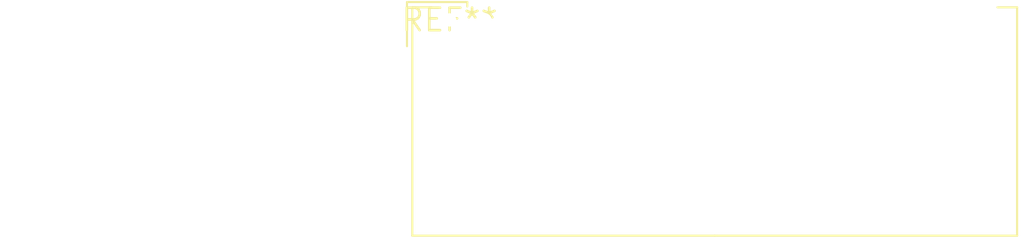
<source format=kicad_pcb>
(kicad_pcb (version 20240108) (generator pcbnew)
  (layers (0 "F.Cu" signal) (31 "B.Cu" signal) (34 "B.Paste" user) (35 "F.Paste" user) (36 "B.SilkS" user "B.Silkscreen") (37 "F.SilkS" user "F.Silkscreen") (38 "B.Mask" user) (39 "F.Mask" user) (44 "Edge.Cuts" user))
  (net 0 "")
  (footprint "JST_PUD_S32B-PUDSS-1_2x16_P2.00mm_Horizontal" (layer "F.Cu") (at 0 0)
    (property "Reference" "REF**")
    (property "Value" "JST_PUD_S32B-PUDSS-1_2x16_P2.00mm_Horizontal")
    (fp_line (start -2.41 -1.01) (end -2.41 1.49) (layer "F.SilkS") (stroke (width 0.12)))
    (fp_line (start -2.11 -0.71) (end -2.11 12.21) (layer "F.SilkS") (stroke (width 0.12)))
    (fp_line (start -2.11 12.21) (end 15 12.21) (layer "F.SilkS") (stroke (width 0.12)))
    (fp_line (start -1 -0.71) (end -2.11 -0.71) (layer "F.SilkS") (stroke (width 0.12)))
    (fp_line (start 1 -1.01) (end -2.41 -1.01) (layer "F.SilkS") (stroke (width 0.12)))
    (fp_line (start 1 -0.76) (end 1 -1.01) (layer "F.SilkS") (stroke (width 0.12)))
    (fp_line (start 31 -0.71) (end 32.11 -0.71) (layer "F.SilkS") (stroke (width 0.12)))
    (fp_line (start 32.11 -0.71) (end 32.11 12.21) (layer "F.SilkS") (stroke (width 0.12)))
    (fp_line (start 32.11 12.21) (end 15 12.21) (layer "F.SilkS") (stroke (width 0.12)))
    (pad "" np_thru_hole circle (at -0.9 9.7) (size 1.65 1.65) (drill 1.65) (layers *.Cu *.Mask))
    (pad "" np_thru_hole circle (at 30.9 9.7) (size 1.65 1.65) (drill 1.65) (layers *.Cu *.Mask))
    (pad "1" thru_hole roundrect (at 0 0) (size 1.2 1.2) (drill 0.75) (layers *.Cu *.Mask) (remove_unused_layers) (roundrect_rratio 0.208333))
    (pad "2" thru_hole circle (at 0 2) (size 1.2 1.2) (drill 0.75) (layers *.Cu *.Mask) (remove_unused_layers))
    (pad "3" thru_hole circle (at 2 0) (size 1.2 1.2) (drill 0.75) (layers *.Cu *.Mask) (remove_unused_layers))
    (pad "4" thru_hole circle (at 2 2) (size 1.2 1.2) (drill 0.75) (layers *.Cu *.Mask) (remove_unused_layers))
    (pad "5" thru_hole circle (at 4 0) (size 1.2 1.2) (drill 0.75) (layers *.Cu *.Mask) (remove_unused_layers))
    (pad "6" thru_hole circle (at 4 2) (size 1.2 1.2) (drill 0.75) (layers *.Cu *.Mask) (remove_unused_layers))
    (pad "7" thru_hole circle (at 6 0) (size 1.2 1.2) (drill 0.75) (layers *.Cu *.Mask) (remove_unused_layers))
    (pad "8" thru_hole circle (at 6 2) (size 1.2 1.2) (drill 0.75) (layers *.Cu *.Mask) (remove_unused_layers))
    (pad "9" thru_hole circle (at 8 0) (size 1.2 1.2) (drill 0.75) (layers *.Cu *.Mask) (remove_unused_layers))
    (pad "10" thru_hole circle (at 8 2) (size 1.2 1.2) (drill 0.75) (layers *.Cu *.Mask) (remove_unused_layers))
    (pad "11" thru_hole circle (at 10 0) (size 1.2 1.2) (drill 0.75) (layers *.Cu *.Mask) (remove_unused_layers))
    (pad "12" thru_hole circle (at 10 2) (size 1.2 1.2) (drill 0.75) (layers *.Cu *.Mask) (remove_unused_layers))
    (pad "13" thru_hole circle (at 12 0) (size 1.2 1.2) (drill 0.75) (layers *.Cu *.Mask) (remove_unused_layers))
    (pad "14" thru_hole circle (at 12 2) (size 1.2 1.2) (drill 0.75) (layers *.Cu *.Mask) (remove_unused_layers))
    (pad "15" thru_hole circle (at 14 0) (size 1.2 1.2) (drill 0.75) (layers *.Cu *.Mask) (remove_unused_layers))
    (pad "16" thru_hole circle (at 14 2) (size 1.2 1.2) (drill 0.75) (layers *.Cu *.Mask) (remove_unused_layers))
    (pad "17" thru_hole circle (at 16 0) (size 1.2 1.2) (drill 0.75) (layers *.Cu *.Mask) (remove_unused_layers))
    (pad "18" thru_hole circle (at 16 2) (size 1.2 1.2) (drill 0.75) (layers *.Cu *.Mask) (remove_unused_layers))
    (pad "19" thru_hole circle (at 18 0) (size 1.2 1.2) (drill 0.75) (layers *.Cu *.Mask) (remove_unused_layers))
    (pad "20" thru_hole circle (at 18 2) (size 1.2 1.2) (drill 0.75) (layers *.Cu *.Mask) (remove_unused_layers))
    (pad "21" thru_hole circle (at 20 0) (size 1.2 1.2) (drill 0.75) (layers *.Cu *.Mask) (remove_unused_layers))
    (pad "22" thru_hole circle (at 20 2) (size 1.2 1.2) (drill 0.75) (layers *.Cu *.Mask) (remove_unused_layers))
    (pad "23" thru_hole circle (at 22 0) (size 1.2 1.2) (drill 0.75) (layers *.Cu *.Mask) (remove_unused_layers))
    (pad "24" thru_hole circle (at 22 2) (size 1.2 1.2) (drill 0.75) (layers *.Cu *.Mask) (remove_unused_layers))
    (pad "25" thru_hole circle (at 24 0) (size 1.2 1.2) (drill 0.75) (layers *.Cu *.Mask) (remove_unused_layers))
    (pad "26" thru_hole circle (at 24 2) (size 1.2 1.2) (drill 0.75) (layers *.Cu *.Mask) (remove_unused_layers))
    (pad "27" thru_hole circle (at 26 0) (size 1.2 1.2) (drill 0.75) (layers *.Cu *.Mask) (remove_unused_layers))
    (pad "28" thru_hole circle (at 26 2) (size 1.2 1.2) (drill 0.75) (layers *.Cu *.Mask) (remove_unused_layers))
    (pad "29" thru_hole circle (at 28 0) (size 1.2 1.2) (drill 0.75) (layers *.Cu *.Mask) (remove_unused_layers))
    (pad "30" thru_hole circle (at 28 2) (size 1.2 1.2) (drill 0.75) (layers *.Cu *.Mask) (remove_unused_layers))
    (pad "31" thru_hole circle (at 30 0) (size 1.2 1.2) (drill 0.75) (layers *.Cu *.Mask) (remove_unused_layers))
    (pad "32" thru_hole circle (at 30 2) (size 1.2 1.2) (drill 0.75) (layers *.Cu *.Mask) (remove_unused_layers))
  )
)
</source>
